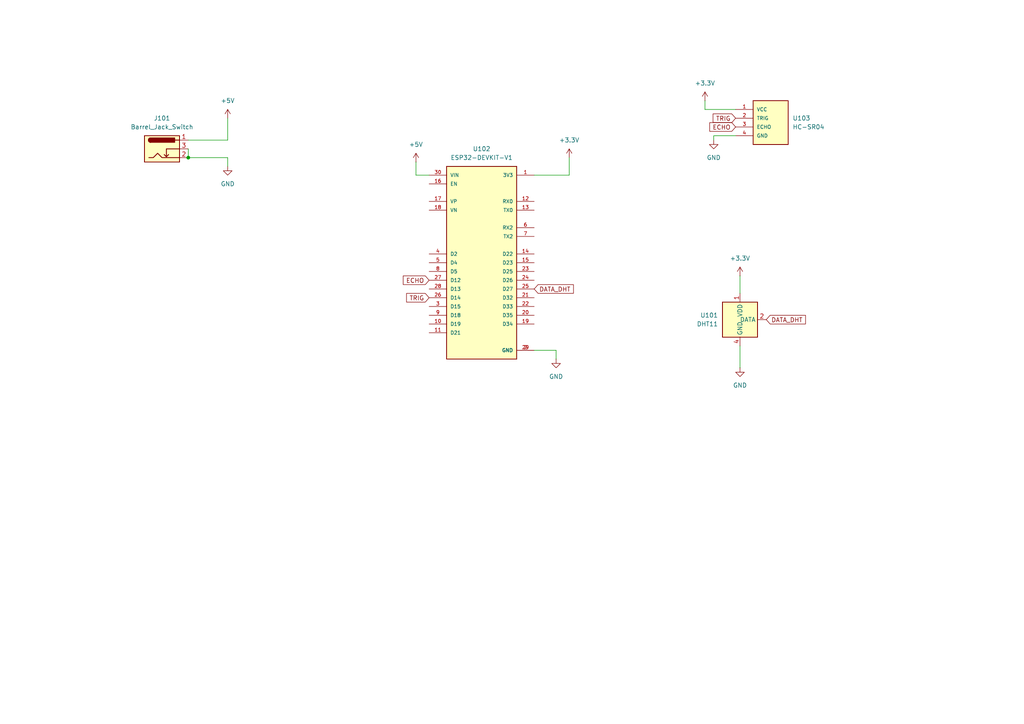
<source format=kicad_sch>
(kicad_sch (version 20231120) (generator "eeschema") (generator_version "8.0")
  (paper "A4")
  (lib_symbols
    (symbol "Connector:Barrel_Jack_Switch" (pin_names hide)
      (property "Reference" "J" (at 0 5.334 0))
      (property "Value" "Barrel_Jack_Switch" (at 0 -5.08 0))
      (symbol "Barrel_Jack_Switch_0_1"
        (rectangle (start -5.08 3.81) (end 5.08 -3.81) (stroke (width 0.254)) (fill (type background)))
        (arc (start -3.302 3.175) (mid -3.9343 2.54) (end -3.302 1.905) (stroke (width 0.254)))
        (arc (start -3.302 3.175) (mid -3.9343 2.54) (end -3.302 1.905) (stroke (width 0.254)) (fill (type outline)))
        (polyline (pts (xy 1.27 -2.286) (xy 1.905 -1.651)) (stroke (width 0.254)))
        (polyline (pts (xy 5.08 2.54) (xy 3.81 2.54)) (stroke (width 0.254)))
        (polyline (pts (xy 5.08 0) (xy 1.27 0) (xy 1.27 -2.286) (xy 0.635 -1.651)) (stroke (width 0.254)))
        (polyline (pts (xy -3.81 -2.54) (xy -2.54 -2.54) (xy -1.27 -1.27) (xy 0 -2.54) (xy 2.54 -2.54) (xy 5.08 -2.54)) (stroke (width 0.254)))
        (rectangle (start 3.683 3.175) (end -3.302 1.905) (stroke (width 0.254)) (fill (type outline)))
      )
      (symbol "Barrel_Jack_Switch_1_1"
        (pin passive line (at 7.62 2.54 180) (length 2.54) (name "~") (number "1"))
        (pin passive line (at 7.62 -2.54 180) (length 2.54) (name "~") (number "2"))
        (pin passive line (at 7.62 0 180) (length 2.54) (name "~") (number "3"))
      )
    )
    (symbol "ESP32-DEVKIT-V1:ESP32-DEVKIT-V1" (pin_names (offset 1.016))
      (property "Reference" "U" (at -10.16 30.48 0))
      (property "Value" "ESP32-DEVKIT-V1" (at -10.16 -30.48 0))
      (symbol "ESP32-DEVKIT-V1_0_0"
        (rectangle (start -10.16 -27.94) (end 10.16 27.94) (stroke (width 0.254)) (fill (type background)))
        (pin output line (at 15.24 25.4 180) (length 5.08) (name "3V3") (number "1"))
        (pin bidirectional line (at -15.24 -17.78 0) (length 5.08) (name "D19") (number "10"))
        (pin bidirectional line (at -15.24 -20.32 0) (length 5.08) (name "D21") (number "11"))
        (pin input line (at 15.24 17.78 180) (length 5.08) (name "RX0") (number "12"))
        (pin output line (at 15.24 15.24 180) (length 5.08) (name "TX0") (number "13"))
        (pin bidirectional line (at 15.24 2.54 180) (length 5.08) (name "D22") (number "14"))
        (pin bidirectional line (at 15.24 0 180) (length 5.08) (name "D23") (number "15"))
        (pin input line (at -15.24 22.86 0) (length 5.08) (name "EN") (number "16"))
        (pin bidirectional line (at -15.24 17.78 0) (length 5.08) (name "VP") (number "17"))
        (pin bidirectional line (at -15.24 15.24 0) (length 5.08) (name "VN") (number "18"))
        (pin bidirectional line (at 15.24 -17.78 180) (length 5.08) (name "D34") (number "19"))
        (pin power_in line (at 15.24 -25.4 180) (length 5.08) (name "GND") (number "2"))
        (pin bidirectional line (at 15.24 -15.24 180) (length 5.08) (name "D35") (number "20"))
        (pin bidirectional line (at 15.24 -10.16 180) (length 5.08) (name "D32") (number "21"))
        (pin bidirectional line (at 15.24 -12.7 180) (length 5.08) (name "D33") (number "22"))
        (pin bidirectional line (at 15.24 -2.54 180) (length 5.08) (name "D25") (number "23"))
        (pin bidirectional line (at 15.24 -5.08 180) (length 5.08) (name "D26") (number "24"))
        (pin bidirectional line (at 15.24 -7.62 180) (length 5.08) (name "D27") (number "25"))
        (pin bidirectional line (at -15.24 -10.16 0) (length 5.08) (name "D14") (number "26"))
        (pin bidirectional line (at -15.24 -5.08 0) (length 5.08) (name "D12") (number "27"))
        (pin bidirectional line (at -15.24 -7.62 0) (length 5.08) (name "D13") (number "28"))
        (pin power_in line (at 15.24 -25.4 180) (length 5.08) (name "GND") (number "29"))
        (pin bidirectional line (at -15.24 -12.7 0) (length 5.08) (name "D15") (number "3"))
        (pin input line (at -15.24 25.4 0) (length 5.08) (name "VIN") (number "30"))
        (pin bidirectional line (at -15.24 2.54 0) (length 5.08) (name "D2") (number "4"))
        (pin bidirectional line (at -15.24 0 0) (length 5.08) (name "D4") (number "5"))
        (pin input line (at 15.24 10.16 180) (length 5.08) (name "RX2") (number "6"))
        (pin output line (at 15.24 7.62 180) (length 5.08) (name "TX2") (number "7"))
        (pin bidirectional line (at -15.24 -2.54 0) (length 5.08) (name "D5") (number "8"))
        (pin bidirectional line (at -15.24 -15.24 0) (length 5.08) (name "D18") (number "9"))
      )
    )
    (symbol "HC-SR04:HC-SR04" (pin_names (offset 1.016))
      (property "Reference" "U" (at 0 5.0813 0))
      (property "Value" "HC-SR04" (at 0 -10.163 0))
      (symbol "HC-SR04_0_0"
        (rectangle (start 0 -7.62) (end 10.16 5.08) (stroke (width 0.254)) (fill (type background)))
        (pin power_in line (at -5.08 2.54 0) (length 5.08) (name "VCC") (number "1"))
        (pin bidirectional line (at -5.08 0 0) (length 5.08) (name "TRIG") (number "2"))
        (pin bidirectional line (at -5.08 -2.54 0) (length 5.08) (name "ECHO") (number "3"))
        (pin power_in line (at -5.08 -5.08 0) (length 5.08) (name "GND") (number "4"))
      )
    )
    (symbol "Sensor:DHT11"
      (property "Reference" "U" (at -3.81 6.35 0))
      (property "Value" "DHT11" (at 3.81 6.35 0))
      (symbol "DHT11_0_1"
        (rectangle (start -5.08 5.08) (end 5.08 -5.08) (stroke (width 0.254)) (fill (type background)))
      )
      (symbol "DHT11_1_1"
        (pin power_in line (at 0 7.62 270) (length 2.54) (name "VDD") (number "1"))
        (pin bidirectional line (at 7.62 0 180) (length 2.54) (name "DATA") (number "2"))
        (pin no_connect line (at -5.08 0 0) (length 2.54) hide (name "NC") (number "3"))
        (pin power_in line (at 0 -7.62 90) (length 2.54) (name "GND") (number "4"))
      )
    )
    (symbol "power:+3.3V" (power) (pin_numbers hide) (pin_names (offset 0) hide)
      (property "Value" "+3.3V" (at 0 3.556 0))
      (symbol "+3.3V_0_1"
        (polyline (pts (xy -0.762 1.27) (xy 0 2.54)))
        (polyline (pts (xy 0 0) (xy 0 2.54)))
        (polyline (pts (xy 0 2.54) (xy 0.762 1.27)))
      )
      (symbol "+3.3V_1_1"
        (pin power_in line (at 0 0 90) (length 0) (name "~") (number "1"))
      )
    )
    (symbol "power:+5V" (power) (pin_numbers hide) (pin_names (offset 0) hide)
      (property "Value" "+5V" (at 0 3.556 0))
      (symbol "+5V_0_1"
        (polyline (pts (xy -0.762 1.27) (xy 0 2.54)))
        (polyline (pts (xy 0 0) (xy 0 2.54)))
        (polyline (pts (xy 0 2.54) (xy 0.762 1.27)))
      )
      (symbol "+5V_1_1"
        (pin power_in line (at 0 0 90) (length 0) (name "~") (number "1"))
      )
    )
    (symbol "power:GND" (power) (pin_numbers hide) (pin_names (offset 0) hide)
      (property "Value" "GND" (at 0 -3.81 0))
      (symbol "GND_0_1"
        (polyline (pts (xy 0 0) (xy 0 -1.27) (xy 1.27 -1.27) (xy 0 -2.54) (xy -1.27 -1.27) (xy 0 -1.27)))
      )
      (symbol "GND_1_1"
        (pin power_in line (at 0 0 270) (length 0) (name "~") (number "1"))
      )
    )
  )
  (junction (at 54.61 45.72))
  (wire (pts (xy 214.63 80.01) (xy 214.63 85.09)))
  (wire (pts (xy 120.65 50.8) (xy 124.46 50.8)))
  (wire (pts (xy 66.04 34.29) (xy 66.04 40.64)))
  (wire (pts (xy 165.1 45.72) (xy 165.1 50.8)))
  (wire (pts (xy 204.47 29.21) (xy 204.47 31.75)))
  (wire (pts (xy 165.1 50.8) (xy 154.94 50.8)))
  (wire (pts (xy 66.04 48.26) (xy 66.04 45.72)))
  (wire (pts (xy 54.61 43.18) (xy 54.61 45.72)))
  (wire (pts (xy 66.04 45.72) (xy 54.61 45.72)))
  (wire (pts (xy 66.04 40.64) (xy 54.61 40.64)))
  (wire (pts (xy 214.63 100.33) (xy 214.63 106.68)))
  (wire (pts (xy 161.29 101.6) (xy 161.29 104.14)))
  (wire (pts (xy 207.01 39.37) (xy 207.01 40.64)))
  (wire (pts (xy 154.94 101.6) (xy 161.29 101.6)))
  (wire (pts (xy 213.36 39.37) (xy 207.01 39.37)))
  (wire (pts (xy 204.47 31.75) (xy 213.36 31.75)))
  (wire (pts (xy 120.65 46.99) (xy 120.65 50.8)))
  (global_label "ECHO" (shape input) (at 213.36 36.83 180) (property "Intersheetrefs" "${INTERSHEET_REFS}" (effects (hide yes))))
  (global_label "ECHO" (shape input) (at 124.46 81.28 180) (property "Intersheetrefs" "${INTERSHEET_REFS}" (effects (hide yes))))
  (global_label "DATA_DHT" (shape input) (at 154.94 83.82 0) (property "Intersheetrefs" "${INTERSHEET_REFS}" (effects (hide yes))))
  (global_label "TRIG" (shape input) (at 213.36 34.29 180) (property "Intersheetrefs" "${INTERSHEET_REFS}" (effects (hide yes))))
  (global_label "DATA_DHT" (shape input) (at 222.25 92.71 0) (property "Intersheetrefs" "${INTERSHEET_REFS}" (effects (hide yes))))
  (global_label "TRIG" (shape input) (at 124.46 86.36 180) (property "Intersheetrefs" "${INTERSHEET_REFS}" (effects (hide yes))))
  (symbol (lib_id "power:GND") (at 207.01 40.64 0) (unit 1)
    (property "Reference" "#PWR0107" (effects (hide yes)))
    (property "Value" "GND" (at 207.01 45.72 0))
    (property "Description" "Power symbol creates a global label with name \"GND\" , ground" (effects (hide yes)))
  )
  (symbol (lib_id "power:+3.3V") (at 165.1 45.72 0) (unit 1)
    (property "Reference" "#PWR0105" (effects (hide yes)))
    (property "Value" "+3.3V" (at 165.1 40.64 0))
    (property "Description" "Power symbol creates a global label with name \"+3.3V\"" (effects (hide yes)))
  )
  (symbol (lib_id "Sensor:DHT11") (at 214.63 92.71 0) (unit 1)
    (property "Reference" "U101" (at 208.28 91.4399 0) (effects (justify right)))
    (property "Value" "DHT11" (at 208.28 93.9799 0) (effects (justify right)))
    (property "Footprint" "Sensor:Aosong_DHT11_5.5x12.0_P2.54mm" (effects (hide yes)))
    (property "Datasheet" "http://akizukidenshi.com/download/ds/aosong/DHT11.pdf" (effects (hide yes)))
    (property "Description" "3.3V to 5.5V, temperature and humidity module, DHT11" (effects (hide yes)))
  )
  (symbol (lib_id "power:+5V") (at 66.04 34.29 0) (unit 1)
    (property "Reference" "#PWR0101" (effects (hide yes)))
    (property "Value" "+5V" (at 66.04 29.21 0))
    (property "Description" "Power symbol creates a global label with name \"+5V\"" (effects (hide yes)))
  )
  (symbol (lib_id "Connector:Barrel_Jack_Switch") (at 46.99 43.18 0) (unit 1)
    (property "Reference" "J101" (at 46.99 34.29 0))
    (property "Value" "Barrel_Jack_Switch" (at 46.99 36.83 0))
    (property "Footprint" "Connector_BarrelJack:BarrelJack_Horizontal" (effects (hide yes)))
    (property "Description" "DC Barrel Jack with an internal switch" (effects (hide yes)))
  )
  (symbol (lib_id "power:+5V") (at 120.65 46.99 0) (unit 1)
    (property "Reference" "#PWR0104" (effects (hide yes)))
    (property "Value" "+5V" (at 120.65 41.91 0))
    (property "Description" "Power symbol creates a global label with name \"+5V\"" (effects (hide yes)))
  )
  (symbol (lib_id "power:GND") (at 161.29 104.14 0) (unit 1)
    (property "Reference" "#PWR0103" (effects (hide yes)))
    (property "Value" "GND" (at 161.29 109.22 0))
    (property "Description" "Power symbol creates a global label with name \"GND\" , ground" (effects (hide yes)))
  )
  (symbol (lib_id "HC-SR04:HC-SR04") (at 218.44 34.29 0) (unit 1)
    (property "Reference" "U103" (at 229.87 34.2899 0) (effects (justify left)))
    (property "Value" "HC-SR04" (at 229.87 36.8299 0) (effects (justify left)))
    (property "Footprint" "HC-SR04:XCVR_HC-SR04" (effects (hide yes)))
    (property "MF" "SparkFun Electronics" (effects (hide yes)))
    (property "Description_1" "\nHC-SR04 Ultrasonic Sensor Qwiic Platform Evaluation Expansion Board\n" (effects (hide yes)))
    (property "Package" "None" (effects (hide yes)))
    (property "Price" "None" (effects (hide yes)))
    (property "Check_prices" "https://www.snapeda.com/parts/HC-SR04/SparkFun+Electronics/view-part/?ref=eda" (effects (hide yes)))
    (property "SnapEDA_Link" "https://www.snapeda.com/parts/HC-SR04/SparkFun+Electronics/view-part/?ref=snap" (effects (hide yes)))
    (property "MP" "HC-SR04" (effects (hide yes)))
    (property "Availability" "Not in stock" (effects (hide yes)))
    (property "MANUFACTURER" "Osepp" (effects (hide yes)))
  )
  (symbol (lib_id "power:+3.3V") (at 204.47 29.21 0) (unit 1)
    (property "Reference" "#PWR0106" (effects (hide yes)))
    (property "Value" "+3.3V" (at 204.47 24.13 0))
    (property "Description" "Power symbol creates a global label with name \"+3.3V\"" (effects (hide yes)))
  )
  (symbol (lib_id "power:GND") (at 66.04 48.26 0) (unit 1)
    (property "Reference" "#PWR0102" (effects (hide yes)))
    (property "Value" "GND" (at 66.04 53.34 0))
    (property "Description" "Power symbol creates a global label with name \"GND\" , ground" (effects (hide yes)))
  )
  (symbol (lib_id "power:GND") (at 214.63 106.68 0) (unit 1)
    (property "Reference" "#PWR0109" (effects (hide yes)))
    (property "Value" "GND" (at 214.63 111.76 0))
    (property "Description" "Power symbol creates a global label with name \"GND\" , ground" (effects (hide yes)))
  )
  (symbol (lib_id "power:+3.3V") (at 214.63 80.01 0) (unit 1)
    (property "Reference" "#PWR0108" (effects (hide yes)))
    (property "Value" "+3.3V" (at 214.63 74.93 0))
    (property "Description" "Power symbol creates a global label with name \"+3.3V\"" (effects (hide yes)))
  )
  (symbol (lib_id "ESP32-DEVKIT-V1:ESP32-DEVKIT-V1") (at 139.7 76.2 0) (unit 1)
    (property "Reference" "U102" (at 139.7 43.18 0))
    (property "Value" "ESP32-DEVKIT-V1" (at 139.7 45.72 0))
    (property "Footprint" "ESP32-DEVKIT-V1:MODULE_ESP32_DEVKIT_V1" (effects (hide yes)))
    (property "MF" "Do it" (effects (hide yes)))
    (property "MAXIMUM_PACKAGE_HEIGHT" "6.8 mm" (effects (hide yes)))
    (property "Package" "None" (effects (hide yes)))
    (property "Price" "None" (effects (hide yes)))
    (property "Check_prices" "https://www.snapeda.com/parts/ESP32-DEVKIT-V1/Do+it/view-part/?ref=eda" (effects (hide yes)))
    (property "STANDARD" "Manufacturer Recommendations" (effects (hide yes)))
    (property "PARTREV" "N/A" (effects (hide yes)))
    (property "SnapEDA_Link" "https://www.snapeda.com/parts/ESP32-DEVKIT-V1/Do+it/view-part/?ref=snap" (effects (hide yes)))
    (property "MP" "ESP32-DEVKIT-V1" (effects (hide yes)))
    (property "Description_1" "\nDual core, Wi-Fi: 2.4 GHz up to 150 Mbits/s,BLE (Bluetooth Low Energy) and legacy Bluetooth, 32 bits, Up to 240 MHz\n" (effects (hide yes)))
    (property "Availability" "Not in stock" (effects (hide yes)))
    (property "MANUFACTURER" "DOIT" (effects (hide yes)))
  )
)
</source>
